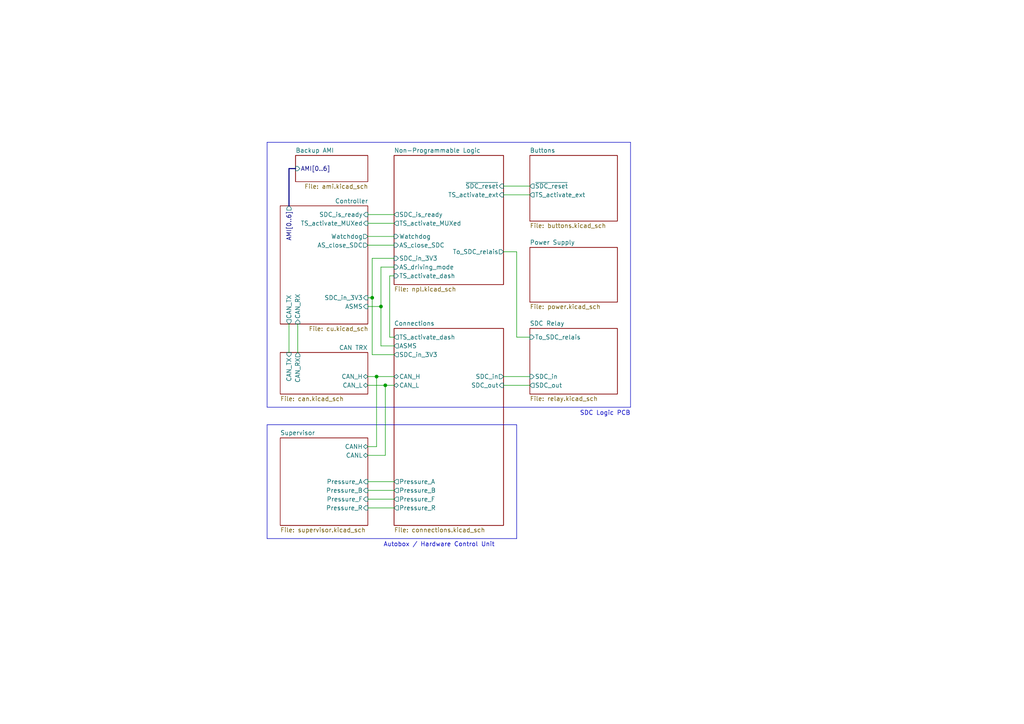
<source format=kicad_sch>
(kicad_sch (version 20230121) (generator eeschema)
  (paper "A4")
  (title_block (title "SDCL - Meta") (date "2021-12-16") (rev "v1.0") (company "FaSTTUBe - Formula Student Team TU Berlin") (comment 1 "Car 113") (comment 2 "EBS Electronics") (comment 3 "T 14.5 rule conformity"))
  (lib_symbols)
  (junction (at 107.95 86.36))
  (junction (at 109.22 109.22))
  (junction (at 110.49 88.9))
  (junction (at 111.76 111.76))
  (wire (pts (xy 107.95 74.93) (xy 114.3 74.93)))
  (wire (pts (xy 107.95 74.93) (xy 107.95 86.36)))
  (wire (pts (xy 146.05 73.025) (xy 149.86 73.025)))
  (polyline (pts (xy 149.86 156.21) (xy 77.47 156.21)))
  (wire (pts (xy 146.05 111.76) (xy 153.67 111.76)))
  (polyline (pts (xy 149.86 123.19) (xy 149.86 156.21)))
  (wire (pts (xy 106.68 142.24) (xy 114.3 142.24)))
  (polyline (pts (xy 182.88 41.275) (xy 77.47 41.275)))
  (wire (pts (xy 106.68 68.58) (xy 114.3 68.58)))
  (wire (pts (xy 83.82 93.98) (xy 83.82 102.235)))
  (wire (pts (xy 110.49 88.9) (xy 110.49 77.47)))
  (wire (pts (xy 114.3 102.87) (xy 107.95 102.87)))
  (bus (pts (xy 83.82 48.895) (xy 83.82 59.69)))
  (polyline (pts (xy 77.47 41.275) (xy 77.47 118.11)))
  (wire (pts (xy 111.76 132.08) (xy 111.76 111.76)))
  (wire (pts (xy 86.36 93.98) (xy 86.36 102.235)))
  (wire (pts (xy 106.68 88.9) (xy 110.49 88.9)))
  (wire (pts (xy 106.68 129.54) (xy 109.22 129.54)))
  (wire (pts (xy 106.68 62.23) (xy 114.3 62.23)))
  (bus (pts (xy 85.725 48.895) (xy 83.82 48.895)))
  (wire (pts (xy 110.49 77.47) (xy 114.3 77.47)))
  (wire (pts (xy 113.03 80.01) (xy 113.03 97.79)))
  (wire (pts (xy 146.05 109.22) (xy 153.67 109.22)))
  (wire (pts (xy 149.86 73.025) (xy 149.86 97.79)))
  (polyline (pts (xy 77.47 118.11) (xy 182.88 118.11)))
  (wire (pts (xy 114.3 80.01) (xy 113.03 80.01)))
  (wire (pts (xy 111.76 111.76) (xy 114.3 111.76)))
  (wire (pts (xy 109.22 109.22) (xy 109.22 129.54)))
  (wire (pts (xy 109.22 109.22) (xy 114.3 109.22)))
  (wire (pts (xy 106.68 64.77) (xy 114.3 64.77)))
  (wire (pts (xy 106.68 132.08) (xy 111.76 132.08)))
  (wire (pts (xy 106.68 71.12) (xy 114.3 71.12)))
  (polyline (pts (xy 77.47 123.19) (xy 149.86 123.19)))
  (wire (pts (xy 146.05 53.975) (xy 153.67 53.975)))
  (wire (pts (xy 106.68 147.32) (xy 114.3 147.32)))
  (wire (pts (xy 113.03 97.79) (xy 114.3 97.79)))
  (polyline (pts (xy 77.47 156.21) (xy 77.47 123.19)))
  (wire (pts (xy 110.49 100.33) (xy 110.49 88.9)))
  (wire (pts (xy 149.86 97.79) (xy 153.67 97.79)))
  (wire (pts (xy 106.68 139.7) (xy 114.3 139.7)))
  (wire (pts (xy 114.3 100.33) (xy 110.49 100.33)))
  (wire (pts (xy 107.95 86.36) (xy 107.95 102.87)))
  (polyline (pts (xy 182.88 118.11) (xy 182.88 41.275)))
  (wire (pts (xy 106.68 86.36) (xy 107.95 86.36)))
  (wire (pts (xy 106.68 109.22) (xy 109.22 109.22)))
  (wire (pts (xy 106.68 144.78) (xy 114.3 144.78)))
  (wire (pts (xy 146.05 56.515) (xy 153.67 56.515)))
  (wire (pts (xy 106.68 111.76) (xy 111.76 111.76)))
  (text "SDC Logic PCB" (at 182.88 120.65 0) (effects (font (size 1.27 1.27)) (justify right bottom)))
  (text "Autobox / Hardware Control Unit" (at 143.51 158.75 0) (effects (font (size 1.27 1.27)) (justify right bottom)))
  (sheet (at 114.3 45.085) (size 31.75 37.465)
    (property "Sheetname" "Non-Programmable Logic" (at 114.3 44.3734 0) (effects (justify left bottom)))
    (property "Sheetfile" "npl.kicad_sch" (at 114.3 83.1346 0) (effects (justify left top)))
    (pin "AS_close_SDC" input (at 114.3 71.12 180))
    (pin "TS_activate_ext" input (at 146.05 56.515 0))
    (pin "Watchdog" input (at 114.3 68.58 180))
    (pin "SDC_in_3V3" input (at 114.3 74.93 180))
    (pin "To_SDC_relais" output (at 146.05 73.025 0))
    (pin "SDC_is_ready" output (at 114.3 62.23 180))
    (pin "~{SDC_reset}" input (at 146.05 53.975 0))
    (pin "TS_activate_MUXed" output (at 114.3 64.77 180))
    (pin "TS_activate_dash" input (at 114.3 80.01 180))
    (pin "AS_driving_mode" input (at 114.3 77.47 180))
  )
  (sheet (at 81.28 59.69) (size 25.4 34.29)
    (property "Sheetname" "Controller" (at 97.155 59.055 0) (effects (justify left bottom)))
    (property "Sheetfile" "cu.kicad_sch" (at 89.535 94.615 0) (effects (justify left top)))
    (pin "SDC_is_ready" input (at 106.68 62.23 0))
    (pin "AS_close_SDC" output (at 106.68 71.12 0))
    (pin "Watchdog" output (at 106.68 68.58 0))
    (pin "CAN_RX" input (at 86.36 93.98 270))
    (pin "CAN_TX" output (at 83.82 93.98 270))
    (pin "TS_activate_MUXed" input (at 106.68 64.77 0))
    (pin "SDC_in_3V3" input (at 106.68 86.36 0))
    (pin "ASMS" input (at 106.68 88.9 0))
    (pin "AMI[0..6]" output (at 83.82 59.69 90))
  )
  (sheet (at 153.67 95.25) (size 25.4 19.05)
    (property "Sheetname" "SDC Relay" (at 153.67 94.5384 0) (effects (justify left bottom)))
    (property "Sheetfile" "relay.kicad_sch" (at 153.67 114.8846 0) (effects (justify left top)))
    (pin "To_SDC_relais" input (at 153.67 97.79 180))
    (pin "SDC_in" input (at 153.67 109.22 180))
    (pin "SDC_out" output (at 153.67 111.76 180))
  )
  (sheet (at 153.67 71.755) (size 25.4 15.875)
    (property "Sheetname" "Power Supply" (at 153.67 71.0434 0) (effects (justify left bottom)))
    (property "Sheetfile" "power.kicad_sch" (at 153.67 88.2146 0) (effects (justify left top)))
  )
  (sheet (at 114.3 95.25) (size 31.75 57.15)
    (property "Sheetname" "Connections" (at 114.3 94.5384 0) (effects (justify left bottom)))
    (property "Sheetfile" "connections.kicad_sch" (at 114.3 152.9846 0) (effects (justify left top)))
    (pin "SDC_in_3V3" output (at 114.3 102.87 180))
    (pin "SDC_in" output (at 146.05 109.22 0))
    (pin "SDC_out" input (at 146.05 111.76 0))
    (pin "CAN_H" bidirectional (at 114.3 109.22 180))
    (pin "CAN_L" bidirectional (at 114.3 111.76 180))
    (pin "Pressure_A" output (at 114.3 139.7 180))
    (pin "Pressure_B" output (at 114.3 142.24 180))
    (pin "Pressure_F" output (at 114.3 144.78 180))
    (pin "Pressure_R" output (at 114.3 147.32 180))
    (pin "TS_activate_dash" output (at 114.3 97.79 180))
    (pin "ASMS" output (at 114.3 100.33 180))
  )
  (sheet (at 81.28 102.235) (size 25.4 12.065)
    (property "Sheetname" "CAN TRX" (at 98.3286 101.588 0) (effects (justify left bottom)))
    (property "Sheetfile" "can.kicad_sch" (at 81.28 114.935 0) (effects (justify left top)))
    (pin "CAN_H" bidirectional (at 106.68 109.22 0))
    (pin "CAN_L" bidirectional (at 106.68 111.76 0))
    (pin "CAN_TX" input (at 83.82 102.235 90))
    (pin "CAN_RX" output (at 86.36 102.235 90))
  )
  (sheet (at 81.28 127) (size 25.4 25.4)
    (property "Sheetname" "Supervisor" (at 81.28 126.2884 0) (effects (justify left bottom)))
    (property "Sheetfile" "supervisor.kicad_sch" (at 81.28 152.9846 0) (effects (justify left top)))
    (pin "CANH" bidirectional (at 106.68 129.54 0))
    (pin "CANL" bidirectional (at 106.68 132.08 0))
    (pin "Pressure_A" input (at 106.68 139.7 0))
    (pin "Pressure_B" input (at 106.68 142.24 0))
    (pin "Pressure_F" input (at 106.68 144.78 0))
    (pin "Pressure_R" input (at 106.68 147.32 0))
  )
  (sheet (at 85.725 45.085) (size 20.955 7.62) (stroke (width 0.1524))
    (property "Sheetname" "Backup AMI" (at 85.725 44.3734 0) (effects (justify left bottom)))
    (property "Sheetfile" "ami.kicad_sch" (at 88.265 53.34 0) (effects (justify left top)))
    (pin "AMI[0..6]" input (at 85.725 48.895 180))
  )
  (sheet (at 153.67 45.085) (size 25.4 19.05) (stroke (width 0.1524))
    (property "Sheetname" "Buttons" (at 153.67 44.3734 0) (effects (justify left bottom)))
    (property "Sheetfile" "buttons.kicad_sch" (at 153.67 64.7196 0) (effects (justify left top)))
    (pin "~{SDC_reset}" output (at 153.67 53.975 180))
    (pin "TS_activate_ext" output (at 153.67 56.515 180))
  )
)
</source>
